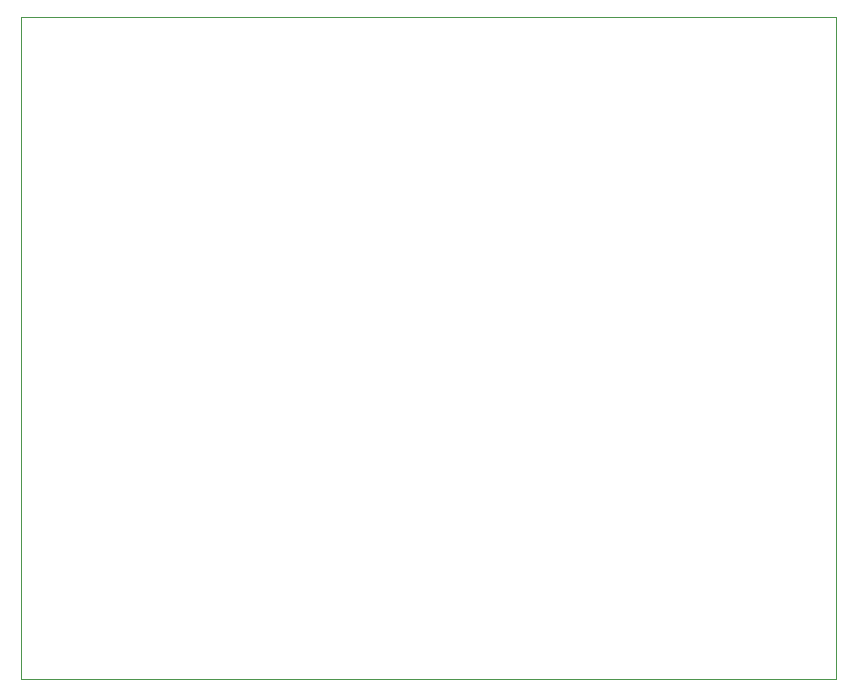
<source format=gbr>
G04 #@! TF.GenerationSoftware,KiCad,Pcbnew,(5.1.2)-2*
G04 #@! TF.CreationDate,2019-10-30T20:43:34-04:00*
G04 #@! TF.ProjectId,Thermostat_Layout,54686572-6d6f-4737-9461-745f4c61796f,rev?*
G04 #@! TF.SameCoordinates,Original*
G04 #@! TF.FileFunction,Profile,NP*
%FSLAX46Y46*%
G04 Gerber Fmt 4.6, Leading zero omitted, Abs format (unit mm)*
G04 Created by KiCad (PCBNEW (5.1.2)-2) date 2019-10-30 20:43:34*
%MOMM*%
%LPD*%
G04 APERTURE LIST*
%ADD10C,0.100000*%
G04 APERTURE END LIST*
D10*
X184700000Y-67500000D02*
X115700000Y-67500000D01*
X184700000Y-123500000D02*
X184700000Y-67500000D01*
X115700000Y-123500000D02*
X184700000Y-123500000D01*
X115700000Y-67500000D02*
X115700000Y-123500000D01*
M02*

</source>
